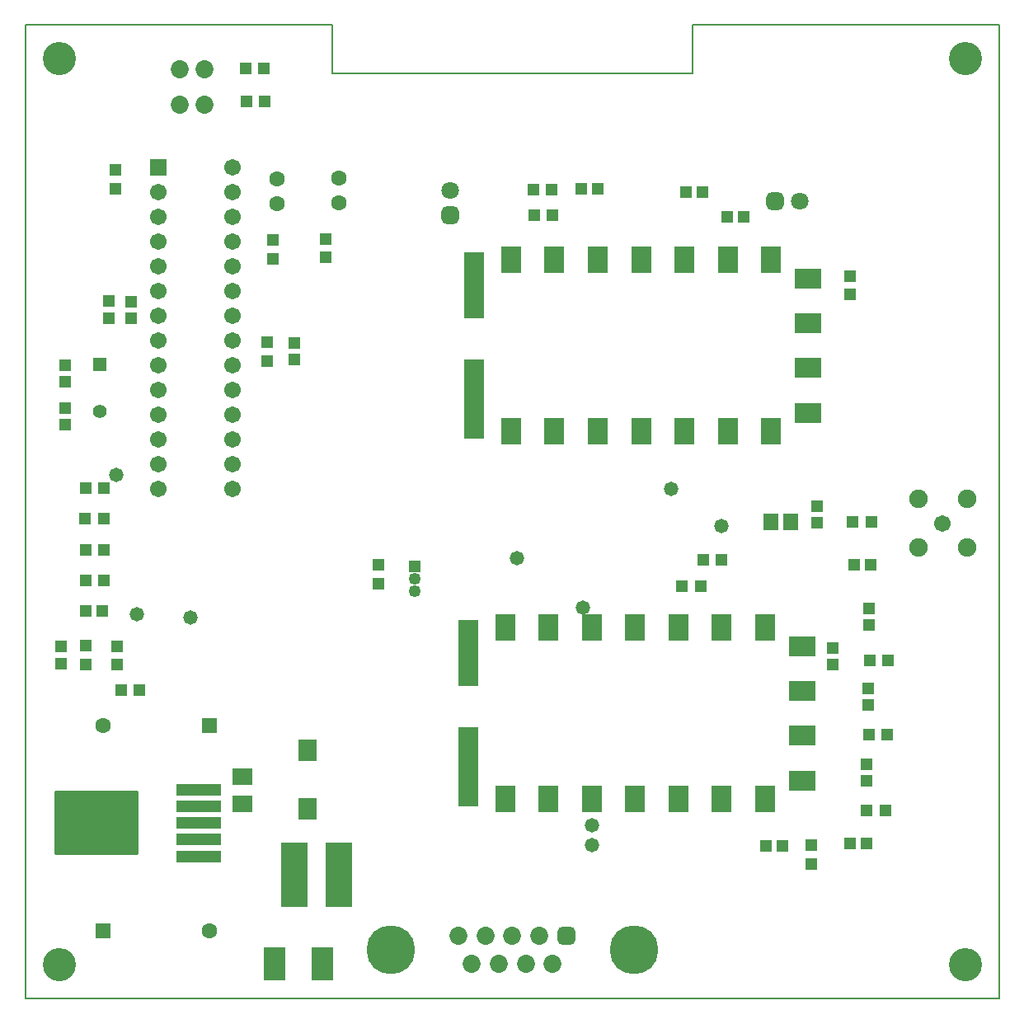
<source format=gts>
G04*
G04 #@! TF.GenerationSoftware,Altium Limited,Altium Designer,23.6.0 (18)*
G04*
G04 Layer_Color=8388736*
%FSLAX44Y44*%
%MOMM*%
G71*
G04*
G04 #@! TF.SameCoordinates,AADCE73A-F72B-4A01-A8B1-447CC9BFCAD9*
G04*
G04*
G04 #@! TF.FilePolarity,Negative*
G04*
G01*
G75*
%ADD10C,0.2000*%
%ADD34R,2.0032X8.2032*%
%ADD35R,2.0032X6.8032*%
%ADD36R,2.0832X2.6732*%
%ADD37R,2.6732X2.0832*%
%ADD38R,1.3032X1.3032*%
%ADD39R,1.3032X1.3032*%
%ADD40R,1.2032X1.3032*%
%ADD41R,1.3032X1.2032*%
%ADD42R,1.6032X1.7032*%
%ADD43R,2.0032X1.8032*%
%ADD44R,2.7532X6.6032*%
%ADD45R,2.1632X3.3532*%
%ADD46R,1.9032X2.2032*%
G04:AMPARAMS|DCode=47|XSize=6.6532mm|YSize=8.7032mm|CornerRadius=0.1661mm|HoleSize=0mm|Usage=FLASHONLY|Rotation=270.000|XOffset=0mm|YOffset=0mm|HoleType=Round|Shape=RoundedRectangle|*
%AMROUNDEDRECTD47*
21,1,6.6532,8.3710,0,0,270.0*
21,1,6.3210,8.7032,0,0,270.0*
1,1,0.3322,-4.1855,-3.1605*
1,1,0.3322,-4.1855,3.1605*
1,1,0.3322,4.1855,3.1605*
1,1,0.3322,4.1855,-3.1605*
%
%ADD47ROUNDEDRECTD47*%
G04:AMPARAMS|DCode=48|XSize=1.2532mm|YSize=4.6532mm|CornerRadius=0.1541mm|HoleSize=0mm|Usage=FLASHONLY|Rotation=270.000|XOffset=0mm|YOffset=0mm|HoleType=Round|Shape=RoundedRectangle|*
%AMROUNDEDRECTD48*
21,1,1.2532,4.3450,0,0,270.0*
21,1,0.9450,4.6532,0,0,270.0*
1,1,0.3082,-2.1725,-0.4725*
1,1,0.3082,-2.1725,0.4725*
1,1,0.3082,2.1725,0.4725*
1,1,0.3082,2.1725,-0.4725*
%
%ADD48ROUNDEDRECTD48*%
%ADD49R,1.7032X1.7032*%
%ADD50C,1.7032*%
%ADD51C,1.6000*%
%ADD52R,1.6000X1.6000*%
%ADD53C,1.8532*%
%ADD54C,1.6032*%
%ADD55C,5.0032*%
G04:AMPARAMS|DCode=56|XSize=1.8532mm|YSize=1.8532mm|CornerRadius=0.5141mm|HoleSize=0mm|Usage=FLASHONLY|Rotation=0.000|XOffset=0mm|YOffset=0mm|HoleType=Round|Shape=RoundedRectangle|*
%AMROUNDEDRECTD56*
21,1,1.8532,0.8250,0,0,0.0*
21,1,0.8250,1.8532,0,0,0.0*
1,1,1.0282,0.4125,-0.4125*
1,1,1.0282,-0.4125,-0.4125*
1,1,1.0282,-0.4125,0.4125*
1,1,1.0282,0.4125,0.4125*
%
%ADD56ROUNDEDRECTD56*%
%ADD57C,1.2532*%
%ADD58R,1.2532X1.2532*%
%ADD59C,1.4032*%
%ADD60R,1.4032X1.4032*%
G04:AMPARAMS|DCode=61|XSize=1.8032mm|YSize=1.8032mm|CornerRadius=0.5016mm|HoleSize=0mm|Usage=FLASHONLY|Rotation=90.000|XOffset=0mm|YOffset=0mm|HoleType=Round|Shape=RoundedRectangle|*
%AMROUNDEDRECTD61*
21,1,1.8032,0.8000,0,0,90.0*
21,1,0.8000,1.8032,0,0,90.0*
1,1,1.0032,0.4000,0.4000*
1,1,1.0032,0.4000,-0.4000*
1,1,1.0032,-0.4000,-0.4000*
1,1,1.0032,-0.4000,0.4000*
%
%ADD61ROUNDEDRECTD61*%
%ADD62C,1.8032*%
G04:AMPARAMS|DCode=63|XSize=1.8032mm|YSize=1.8032mm|CornerRadius=0.5016mm|HoleSize=0mm|Usage=FLASHONLY|Rotation=0.000|XOffset=0mm|YOffset=0mm|HoleType=Round|Shape=RoundedRectangle|*
%AMROUNDEDRECTD63*
21,1,1.8032,0.8000,0,0,0.0*
21,1,0.8000,1.8032,0,0,0.0*
1,1,1.0032,0.4000,-0.4000*
1,1,1.0032,-0.4000,-0.4000*
1,1,1.0032,-0.4000,0.4000*
1,1,1.0032,0.4000,0.4000*
%
%ADD63ROUNDEDRECTD63*%
%ADD64C,1.9002*%
%ADD65C,3.4032*%
%ADD66C,1.4732*%
D10*
X-0Y0D02*
X1000000D01*
Y1000000D01*
X685000D02*
X1000000D01*
X685000Y950000D02*
Y1000000D01*
X315000Y950000D02*
X685000D01*
X315000D02*
Y1000000D01*
X-0D02*
X315000D01*
X-0Y0D02*
Y1000000D01*
D34*
X454850Y238100D02*
D03*
X461050Y615650D02*
D03*
D35*
X454850Y355100D02*
D03*
X461050Y732650D02*
D03*
D36*
X492600Y204850D02*
D03*
X537100D02*
D03*
X581600D02*
D03*
X626100D02*
D03*
X670600D02*
D03*
X715100D02*
D03*
X759600D02*
D03*
Y381350D02*
D03*
X715100D02*
D03*
X670600D02*
D03*
X626100D02*
D03*
X581600D02*
D03*
X537100D02*
D03*
X492600D02*
D03*
X498800Y582400D02*
D03*
X543300D02*
D03*
X587800D02*
D03*
X632300D02*
D03*
X676800D02*
D03*
X721300D02*
D03*
X765800D02*
D03*
Y758900D02*
D03*
X721300D02*
D03*
X676800D02*
D03*
X632300D02*
D03*
X587800D02*
D03*
X543300D02*
D03*
X498800D02*
D03*
D37*
X797350Y224100D02*
D03*
Y270100D02*
D03*
Y316100D02*
D03*
Y362100D02*
D03*
X803550Y601650D02*
D03*
Y647650D02*
D03*
Y693650D02*
D03*
Y739650D02*
D03*
D38*
X693300Y423400D02*
D03*
X674300D02*
D03*
X98300Y317000D02*
D03*
X117300D02*
D03*
X61700Y429300D02*
D03*
X80700D02*
D03*
X80800Y461100D02*
D03*
X61800D02*
D03*
X61300Y492800D02*
D03*
X80300D02*
D03*
X61700Y524700D02*
D03*
X80700D02*
D03*
X245200Y955600D02*
D03*
X226200D02*
D03*
X245700Y921200D02*
D03*
X226700D02*
D03*
X714900Y450400D02*
D03*
X695900D02*
D03*
X849800Y489600D02*
D03*
X868800D02*
D03*
X886000Y347500D02*
D03*
X867000D02*
D03*
X885100Y271300D02*
D03*
X866100D02*
D03*
X883000Y192900D02*
D03*
X864000D02*
D03*
X540600Y830800D02*
D03*
X521600D02*
D03*
X541200Y804500D02*
D03*
X522200D02*
D03*
D39*
X92800Y851000D02*
D03*
Y832000D02*
D03*
X62400Y362300D02*
D03*
Y343300D02*
D03*
X94400Y343000D02*
D03*
Y362000D02*
D03*
X308600Y780200D02*
D03*
Y761200D02*
D03*
X846800Y723200D02*
D03*
Y742200D02*
D03*
X807200Y138400D02*
D03*
Y157400D02*
D03*
X254100Y779000D02*
D03*
Y760000D02*
D03*
X362400Y426400D02*
D03*
Y445400D02*
D03*
X248500Y655000D02*
D03*
Y674000D02*
D03*
D40*
X36500Y361300D02*
D03*
Y344300D02*
D03*
X829100Y359800D02*
D03*
Y342800D02*
D03*
X812600Y488500D02*
D03*
Y505500D02*
D03*
X866300Y401000D02*
D03*
Y384000D02*
D03*
X865400Y318900D02*
D03*
Y301900D02*
D03*
X864000Y240300D02*
D03*
Y223300D02*
D03*
X275800Y673500D02*
D03*
Y656500D02*
D03*
X85800Y699100D02*
D03*
Y716100D02*
D03*
X108300Y698900D02*
D03*
Y715900D02*
D03*
X40900Y589100D02*
D03*
Y606100D02*
D03*
X40600Y650200D02*
D03*
Y633200D02*
D03*
D41*
X78800Y398200D02*
D03*
X61800D02*
D03*
X678100Y828000D02*
D03*
X695100D02*
D03*
X737700Y803200D02*
D03*
X720700D02*
D03*
X867800Y445500D02*
D03*
X850800D02*
D03*
X847100Y159000D02*
D03*
X864100D02*
D03*
X777100Y156700D02*
D03*
X760100D02*
D03*
X588200Y832000D02*
D03*
X571200D02*
D03*
D42*
X785500Y489600D02*
D03*
X765500D02*
D03*
D43*
X222900Y200300D02*
D03*
Y228300D02*
D03*
D44*
X275800Y127500D02*
D03*
X321800D02*
D03*
D45*
X304950Y36000D02*
D03*
X255850D02*
D03*
D46*
X289700Y194800D02*
D03*
Y254800D02*
D03*
D47*
X72700Y180200D02*
D03*
D48*
X178200Y214200D02*
D03*
Y197200D02*
D03*
Y180200D02*
D03*
Y163200D02*
D03*
Y146200D02*
D03*
D49*
X136600Y853300D02*
D03*
D50*
Y827900D02*
D03*
Y802500D02*
D03*
Y777100D02*
D03*
Y751700D02*
D03*
Y726300D02*
D03*
Y700900D02*
D03*
Y675500D02*
D03*
Y650100D02*
D03*
Y624700D02*
D03*
Y599300D02*
D03*
Y573900D02*
D03*
Y548500D02*
D03*
Y523100D02*
D03*
X212800Y853300D02*
D03*
Y827900D02*
D03*
Y802500D02*
D03*
Y777100D02*
D03*
Y751700D02*
D03*
Y726300D02*
D03*
Y700900D02*
D03*
Y675500D02*
D03*
Y650100D02*
D03*
Y624700D02*
D03*
Y599300D02*
D03*
Y573900D02*
D03*
Y548500D02*
D03*
Y523100D02*
D03*
X941900Y488200D02*
D03*
D51*
X80140Y280100D02*
D03*
X188580Y70000D02*
D03*
D52*
X188900Y280100D02*
D03*
X79820Y70000D02*
D03*
D53*
X183700Y918300D02*
D03*
X158300D02*
D03*
X184200Y954800D02*
D03*
X158800D02*
D03*
X458440Y36000D02*
D03*
X486140D02*
D03*
X513840D02*
D03*
X541540D02*
D03*
X527690Y64400D02*
D03*
X444590D02*
D03*
X472290D02*
D03*
X499990D02*
D03*
D54*
X321800Y817300D02*
D03*
Y842700D02*
D03*
X258500Y816600D02*
D03*
Y842000D02*
D03*
D55*
X624990Y50200D02*
D03*
X374990D02*
D03*
D56*
X555390Y64400D02*
D03*
D57*
X399900Y418300D02*
D03*
Y431000D02*
D03*
D58*
Y443700D02*
D03*
D59*
X76500Y602700D02*
D03*
D60*
Y651500D02*
D03*
D61*
X436300Y804700D02*
D03*
D62*
Y830100D02*
D03*
X794900Y818800D02*
D03*
D63*
X769500D02*
D03*
D64*
X916900Y463200D02*
D03*
Y513200D02*
D03*
X966900Y463200D02*
D03*
Y513200D02*
D03*
D65*
X35000Y35000D02*
D03*
X965000D02*
D03*
Y965000D02*
D03*
X35000D02*
D03*
D66*
X572462Y401813D02*
D03*
X114246Y395092D02*
D03*
X93640Y537640D02*
D03*
X663394Y523100D02*
D03*
X581600Y157360D02*
D03*
Y177680D02*
D03*
X714900Y485064D02*
D03*
X504644Y451988D02*
D03*
X169110Y391028D02*
D03*
M02*

</source>
